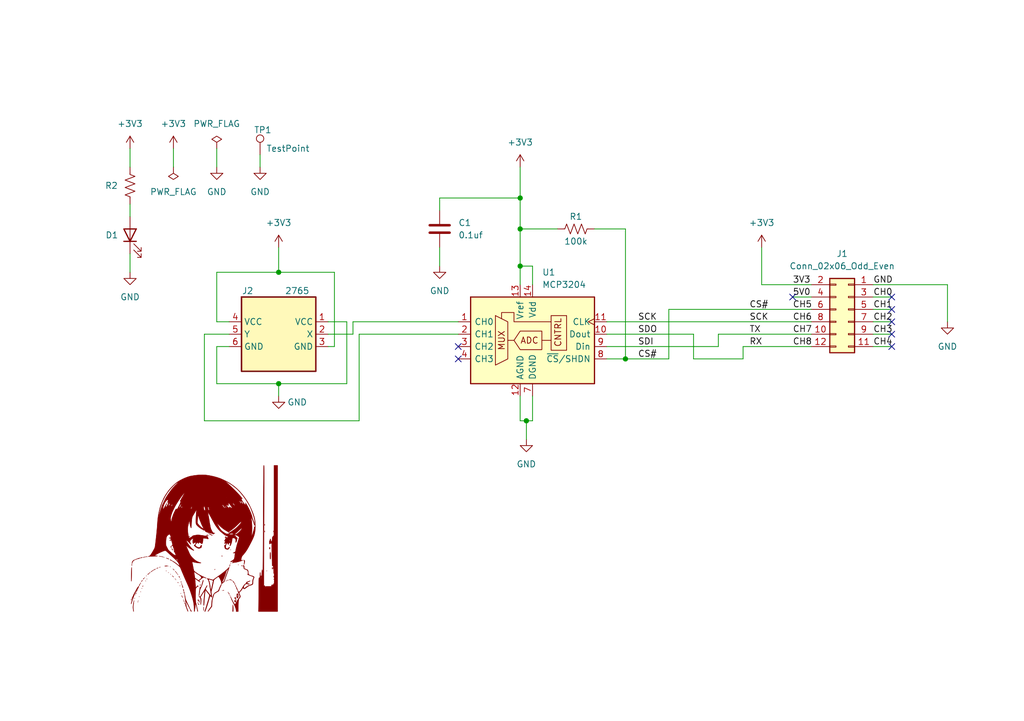
<source format=kicad_sch>
(kicad_sch (version 20230121) (generator eeschema)
  (paper "A5")
  (title_block (title "GameRockerShaft") (date "2023-07-06") (rev "v1") (comment 1 "Dempsey first board"))
  (lib_symbols
    (symbol "Analog_ADC:MCP3204" (pin_names (offset 0.762))
      (property "Reference" "U" (at -5.08 10.795 0))
      (property "Value" "MCP3204" (at -5.08 8.89 0))
      (symbol "MCP3204_0_0"
        (text "ADC" (at -0.635 -1.27 0) (effects (font (size 1.27 1.27))))
        (text "CNTRL" (at 5.969 -2.667 900) (effects (font (size 1.27 1.27)) (justify left bottom)))
        (text "MUX" (at -6.35 -1.27 900) (effects (font (size 1.27 1.27))))
      )
      (symbol "MCP3204_1_1"
        (pin input line (at -15.24 2.54 0) (length 2.54) (name "CH0") (number "1"))
        (pin output line (at 15.24 0 180) (length 2.54) (name "Dout") (number "10"))
        (pin input clock (at 15.24 2.54 180) (length 2.54) (name "CLK") (number "11"))
        (pin power_in line (at -2.54 -12.7 90) (length 2.54) (name "AGND") (number "12"))
        (pin power_in line (at -2.54 10.16 270) (length 2.54) (name "Vref") (number "13"))
        (pin power_in line (at 0 10.16 270) (length 2.54) (name "Vdd") (number "14"))
        (pin input line (at -15.24 0 0) (length 2.54) (name "CH1") (number "2"))
        (pin input line (at -15.24 -2.54 0) (length 2.54) (name "CH2") (number "3"))
        (pin input line (at -15.24 -5.08 0) (length 2.54) (name "CH3") (number "4"))
        (pin no_connect line (at -10.16 -10.16 90) (length 2.54) hide (name "NC") (number "5"))
        (pin no_connect line (at -7.62 -10.16 90) (length 2.54) hide (name "NC") (number "6"))
        (pin power_in line (at 0 -12.7 90) (length 2.54) (name "DGND") (number "7"))
        (pin input line (at 15.24 -5.08 180) (length 2.54) (name "~{CS}/SHDN") (number "8"))
        (pin input line (at 15.24 -2.54 180) (length 2.54) (name "Din") (number "9"))
      )
    )
    (symbol "Connector:TestPoint" (pin_numbers hide) (pin_names (offset 0.762) hide)
      (property "Reference" "TP" (at 0 6.858 0))
      (property "Value" "TestPoint" (at 0 5.08 0))
      (symbol "TestPoint_1_1"
        (pin passive line (at 0 0 90) (length 2.54) (name "1") (number "1"))
      )
    )
    (symbol "Connector_Generic:Conn_02x06_Odd_Even" (pin_names (offset 1.016) hide)
      (property "Reference" "J" (at 1.27 7.62 0))
      (property "Value" "Conn_02x06_Odd_Even" (at 1.27 -10.16 0))
      (symbol "Conn_02x06_Odd_Even_1_1"
        (pin passive line (at -5.08 5.08 0) (length 3.81) (name "Pin_1") (number "1"))
        (pin passive line (at 7.62 -5.08 180) (length 3.81) (name "Pin_10") (number "10"))
        (pin passive line (at -5.08 -7.62 0) (length 3.81) (name "Pin_11") (number "11"))
        (pin passive line (at 7.62 -7.62 180) (length 3.81) (name "Pin_12") (number "12"))
        (pin passive line (at 7.62 5.08 180) (length 3.81) (name "Pin_2") (number "2"))
        (pin passive line (at -5.08 2.54 0) (length 3.81) (name "Pin_3") (number "3"))
        (pin passive line (at 7.62 2.54 180) (length 3.81) (name "Pin_4") (number "4"))
        (pin passive line (at -5.08 0 0) (length 3.81) (name "Pin_5") (number "5"))
        (pin passive line (at 7.62 0 180) (length 3.81) (name "Pin_6") (number "6"))
        (pin passive line (at -5.08 -2.54 0) (length 3.81) (name "Pin_7") (number "7"))
        (pin passive line (at 7.62 -2.54 180) (length 3.81) (name "Pin_8") (number "8"))
        (pin passive line (at -5.08 -5.08 0) (length 3.81) (name "Pin_9") (number "9"))
      )
    )
    (symbol "Device:C" (pin_numbers hide) (pin_names (offset 0.254))
      (property "Reference" "C" (at 0.635 2.54 0))
      (property "Value" "C" (at 0.635 -2.54 0))
      (symbol "C_1_1"
        (pin passive line (at 0 3.81 270) (length 2.794) (name "~") (number "1"))
        (pin passive line (at 0 -3.81 90) (length 2.794) (name "~") (number "2"))
      )
    )
    (symbol "Device:LED" (pin_numbers hide) (pin_names (offset 1.016) hide)
      (property "Reference" "D" (at 0 2.54 0))
      (property "Value" "LED" (at 0 -2.54 0))
      (symbol "LED_1_1"
        (pin passive line (at -3.81 0 0) (length 2.54) (name "K") (number "1"))
        (pin passive line (at 3.81 0 180) (length 2.54) (name "A") (number "2"))
      )
    )
    (symbol "Device:R_US" (pin_numbers hide) (pin_names (offset 0))
      (property "Reference" "R" (at 2.54 0 90))
      (property "Value" "R_US" (at -2.54 0 90))
      (symbol "R_US_1_1"
        (pin passive line (at 0 3.81 270) (length 1.27) (name "~") (number "1"))
        (pin passive line (at 0 -3.81 90) (length 1.27) (name "~") (number "2"))
      )
    )
    (symbol "dempsey_Library:2765"
      (property "Reference" "J?" (at -6.35 10.16 0))
      (symbol "2765_1_1"
        (pin power_in line (at 10.16 2.54 180) (length 2.54) (name "VCC") (number "1"))
        (pin output line (at 10.16 0 180) (length 2.54) (name "X") (number "2"))
        (pin power_in line (at 10.16 -2.54 180) (length 2.54) (name "GND") (number "3"))
        (pin power_in line (at -10.16 2.54 0) (length 2.54) (name "VCC") (number "4"))
        (pin output line (at -10.16 0 0) (length 2.54) (name "Y") (number "5"))
        (pin power_in line (at -10.16 -2.54 0) (length 2.54) (name "GND") (number "6"))
      )
    )
    (symbol "dempsey_Library:LOGO" (pin_names (offset 1.016)))
    (symbol "power:+3V3" (power) (pin_names (offset 0))
      (property "Value" "+3V3" (at 0 3.556 0))
      (symbol "+3V3_1_1"
        (pin power_in line (at 0 0 90) (length 0) hide (name "+3V3") (number "1"))
      )
    )
    (symbol "power:GND" (power) (pin_names (offset 0))
      (property "Value" "GND" (at 0 -3.81 0))
      (symbol "GND_1_1"
        (pin power_in line (at 0 0 270) (length 0) hide (name "GND") (number "1"))
      )
    )
    (symbol "power:PWR_FLAG" (power) (pin_numbers hide) (pin_names (offset 0) hide)
      (property "Value" "PWR_FLAG" (at 0 3.81 0))
      (symbol "PWR_FLAG_0_0"
        (pin power_out line (at 0 0 90) (length 0) (name "pwr") (number "1"))
      )
    )
  )
  (junction (at 57.15 78.74))
  (junction (at 106.68 40.64))
  (junction (at 107.95 86.36))
  (junction (at 128.27 73.66))
  (junction (at 106.68 54.61))
  (junction (at 57.15 55.88))
  (junction (at 106.68 46.99))
  (no_connect (at 182.88 68.58))
  (no_connect (at 93.98 71.12))
  (no_connect (at 182.88 63.5))
  (no_connect (at 182.88 71.12))
  (no_connect (at 162.56 60.96))
  (no_connect (at 182.88 60.96))
  (no_connect (at 182.88 66.04))
  (no_connect (at 93.98 73.66))
  (wire (pts (xy 41.91 68.58) (xy 41.91 86.36)))
  (wire (pts (xy 26.67 30.48) (xy 26.67 34.29)))
  (wire (pts (xy 41.91 86.36) (xy 73.66 86.36)))
  (wire (pts (xy 44.45 71.12) (xy 44.45 78.74)))
  (wire (pts (xy 124.46 66.04) (xy 166.37 66.04)))
  (wire (pts (xy 179.07 60.96) (xy 182.88 60.96)))
  (wire (pts (xy 107.95 86.36) (xy 107.95 90.17)))
  (wire (pts (xy 44.45 66.04) (xy 46.99 66.04)))
  (wire (pts (xy 106.68 46.99) (xy 114.3 46.99)))
  (wire (pts (xy 179.07 71.12) (xy 182.88 71.12)))
  (wire (pts (xy 106.68 54.61) (xy 109.22 54.61)))
  (wire (pts (xy 106.68 81.28) (xy 106.68 86.36)))
  (wire (pts (xy 107.95 86.36) (xy 109.22 86.36)))
  (wire (pts (xy 156.21 50.8) (xy 156.21 58.42)))
  (wire (pts (xy 152.4 71.12) (xy 166.37 71.12)))
  (wire (pts (xy 44.45 55.88) (xy 44.45 66.04)))
  (wire (pts (xy 194.31 58.42) (xy 194.31 66.04)))
  (wire (pts (xy 137.16 73.66) (xy 137.16 63.5)))
  (wire (pts (xy 179.07 66.04) (xy 182.88 66.04)))
  (wire (pts (xy 41.91 68.58) (xy 46.99 68.58)))
  (wire (pts (xy 72.39 66.04) (xy 72.39 68.58)))
  (wire (pts (xy 35.56 30.48) (xy 35.56 34.29)))
  (wire (pts (xy 156.21 58.42) (xy 166.37 58.42)))
  (wire (pts (xy 26.67 52.07) (xy 26.67 55.88)))
  (wire (pts (xy 93.98 68.58) (xy 73.66 68.58)))
  (wire (pts (xy 124.46 73.66) (xy 128.27 73.66)))
  (wire (pts (xy 121.92 46.99) (xy 128.27 46.99)))
  (wire (pts (xy 93.98 66.04) (xy 72.39 66.04)))
  (wire (pts (xy 179.07 63.5) (xy 182.88 63.5)))
  (wire (pts (xy 147.32 71.12) (xy 147.32 68.58)))
  (wire (pts (xy 179.07 58.42) (xy 194.31 58.42)))
  (wire (pts (xy 44.45 55.88) (xy 57.15 55.88)))
  (wire (pts (xy 90.17 50.8) (xy 90.17 54.61)))
  (wire (pts (xy 57.15 55.88) (xy 68.58 55.88)))
  (wire (pts (xy 142.24 68.58) (xy 142.24 73.66)))
  (wire (pts (xy 57.15 50.8) (xy 57.15 55.88)))
  (wire (pts (xy 109.22 54.61) (xy 109.22 58.42)))
  (wire (pts (xy 152.4 73.66) (xy 152.4 71.12)))
  (wire (pts (xy 128.27 46.99) (xy 128.27 73.66)))
  (wire (pts (xy 142.24 73.66) (xy 152.4 73.66)))
  (wire (pts (xy 137.16 63.5) (xy 166.37 63.5)))
  (wire (pts (xy 106.68 54.61) (xy 106.68 58.42)))
  (wire (pts (xy 44.45 71.12) (xy 46.99 71.12)))
  (wire (pts (xy 179.07 68.58) (xy 182.88 68.58)))
  (wire (pts (xy 71.12 78.74) (xy 71.12 66.04)))
  (wire (pts (xy 68.58 55.88) (xy 68.58 71.12)))
  (wire (pts (xy 124.46 68.58) (xy 142.24 68.58)))
  (wire (pts (xy 57.15 78.74) (xy 71.12 78.74)))
  (wire (pts (xy 106.68 46.99) (xy 106.68 54.61)))
  (wire (pts (xy 68.58 71.12) (xy 67.31 71.12)))
  (wire (pts (xy 90.17 40.64) (xy 90.17 43.18)))
  (wire (pts (xy 147.32 68.58) (xy 166.37 68.58)))
  (wire (pts (xy 26.67 41.91) (xy 26.67 44.45)))
  (wire (pts (xy 67.31 68.58) (xy 72.39 68.58)))
  (wire (pts (xy 124.46 71.12) (xy 147.32 71.12)))
  (wire (pts (xy 44.45 30.48) (xy 44.45 34.29)))
  (wire (pts (xy 109.22 81.28) (xy 109.22 86.36)))
  (wire (pts (xy 53.34 31.75) (xy 53.34 34.29)))
  (wire (pts (xy 73.66 68.58) (xy 73.66 86.36)))
  (wire (pts (xy 44.45 78.74) (xy 57.15 78.74)))
  (wire (pts (xy 106.68 40.64) (xy 90.17 40.64)))
  (wire (pts (xy 162.56 60.96) (xy 166.37 60.96)))
  (wire (pts (xy 106.68 34.29) (xy 106.68 40.64)))
  (wire (pts (xy 106.68 86.36) (xy 107.95 86.36)))
  (wire (pts (xy 57.15 78.74) (xy 57.15 81.28)))
  (wire (pts (xy 128.27 73.66) (xy 137.16 73.66)))
  (wire (pts (xy 71.12 66.04) (xy 67.31 66.04)))
  (wire (pts (xy 106.68 40.64) (xy 106.68 46.99)))
  (label "RX" (at 153.67 71.12 0))
  (label "SDI" (at 130.81 71.12 0))
  (label "SCK" (at 130.81 66.04 0))
  (label "GND" (at 179.07 58.42 0))
  (label "CH4" (at 179.07 71.12 0))
  (label "SDO" (at 130.81 68.58 0))
  (label "TX" (at 153.67 68.58 0))
  (label "SCK" (at 153.67 66.04 0))
  (label "CH0" (at 179.07 60.96 0))
  (label "CH1" (at 179.07 63.5 0))
  (label "CH7" (at 162.56 68.58 0))
  (label "CH3" (at 179.07 68.58 0))
  (label "CS#" (at 130.81 73.66 0))
  (label "CH2" (at 179.07 66.04 0))
  (label "5V0" (at 162.56 60.96 0))
  (label "3V3" (at 162.56 58.42 0))
  (label "CH6" (at 162.56 66.04 0))
  (label "CS#" (at 153.67 63.5 0))
  (label "CH5" (at 162.56 63.5 0))
  (label "CH8" (at 162.56 71.12 0))
  (symbol (lib_id "power:+3V3") (at 106.68 34.29 0) (unit 1)
    (property "Reference" "#PWR01" (effects hide))
    (property "Value" "+3V3" (at 106.68 29.21 0))
  )
  (symbol (lib_id "power:GND") (at 44.45 34.29 0) (unit 1)
    (property "Reference" "#PWR03" (effects hide))
    (property "Value" "GND" (at 44.45 39.37 0))
  )
  (symbol (lib_id "Connector_Generic:Conn_02x06_Odd_Even") (at 173.99 63.5 0) (mirror y) (unit 1)
    (property "Reference" "J1" (at 172.72 52.07 0))
    (property "Value" "Conn_02x06_Odd_Even" (at 172.72 54.61 0))
    (property "Footprint" "Connector_PinSocket_2.54mm:PinSocket_2x06_P2.54mm_Horizontal" (effects hide))
  )
  (symbol (lib_id "dempsey_Library:LOGO") (at 41.91 110.49 0) (unit 1)
    (property "Reference" "#G1" (effects hide))
    (property "Value" "LOGO" (effects hide))
    (property "Footprint" "dempsey_Library:mayi2" (effects hide))
  )
  (symbol (lib_id "power:PWR_FLAG") (at 44.45 30.48 0) (unit 1)
    (property "Reference" "#FLG01" (effects hide))
    (property "Value" "PWR_FLAG" (at 44.45 25.4 0))
  )
  (symbol (lib_id "power:GND") (at 53.34 34.29 0) (unit 1)
    (property "Reference" "#PWR012" (effects hide))
    (property "Value" "GND" (at 53.34 39.37 0))
  )
  (symbol (lib_id "power:+3V3") (at 26.67 30.48 0) (unit 1)
    (property "Reference" "#PWR09" (effects hide))
    (property "Value" "+3V3" (at 26.67 25.4 0))
  )
  (symbol (lib_id "power:PWR_FLAG") (at 35.56 34.29 180) (unit 1)
    (property "Reference" "#FLG02" (effects hide))
    (property "Value" "PWR_FLAG" (at 35.56 39.37 0))
  )
  (symbol (lib_id "power:+3V3") (at 35.56 30.48 0) (unit 1)
    (property "Reference" "#PWR02" (effects hide))
    (property "Value" "+3V3" (at 35.56 25.4 0))
  )
  (symbol (lib_id "power:GND") (at 57.15 81.28 0) (unit 1)
    (property "Reference" "#PWR07" (effects hide))
    (property "Value" "GND" (at 60.96 82.55 0))
  )
  (symbol (lib_id "power:GND") (at 194.31 66.04 0) (unit 1)
    (property "Reference" "#PWR06" (effects hide))
    (property "Value" "GND" (at 194.31 71.12 0))
  )
  (symbol (lib_id "power:+3V3") (at 57.15 50.8 0) (unit 1)
    (property "Reference" "#PWR04" (effects hide))
    (property "Value" "+3V3" (at 57.15 45.72 0))
  )
  (symbol (lib_id "power:+3V3") (at 156.21 50.8 0) (unit 1)
    (property "Reference" "#PWR05" (effects hide))
    (property "Value" "+3V3" (at 156.21 45.72 0))
  )
  (symbol (lib_id "Connector:TestPoint") (at 53.34 31.75 0) (unit 1)
    (property "Reference" "TP1" (at 52.07 26.67 0) (effects (justify left)))
    (property "Value" "TestPoint" (at 54.61 30.48 0) (effects (justify left)))
    (property "Footprint" "TestPoint:TestPoint_THTPad_1.5x1.5mm_Drill0.7mm" (effects hide))
  )
  (symbol (lib_id "Device:LED") (at 26.67 48.26 90) (unit 1)
    (property "Reference" "D1" (at 21.59 48.26 90) (effects (justify right)))
    (property "Value" "PWR" (effects hide))
    (property "Footprint" "LED_SMD:LED_0805_2012Metric" (effects hide))
  )
  (symbol (lib_id "Device:R_US") (at 26.67 38.1 180) (unit 1)
    (property "Reference" "R2" (at 22.86 38.1 0))
    (property "Value" "470" (effects hide))
    (property "Footprint" "Resistor_SMD:R_0805_2012Metric" (effects hide))
  )
  (symbol (lib_id "power:GND") (at 107.95 90.17 0) (unit 1)
    (property "Reference" "#PWR08" (effects hide))
    (property "Value" "GND" (at 107.95 95.25 0))
  )
  (symbol (lib_id "Device:C") (at 90.17 46.99 0) (unit 1)
    (property "Reference" "C1" (at 93.98 45.72 0) (effects (justify left)))
    (property "Value" "0.1uf" (at 93.98 48.26 0) (effects (justify left)))
    (property "Footprint" "Capacitor_SMD:C_0805_2012Metric" (effects hide))
  )
  (symbol (lib_id "dempsey_Library:2765") (at 57.15 68.58 0) (unit 1)
    (property "Reference" "J2" (at 50.8 59.69 0))
    (property "Value" "2765" (at 60.96 59.69 0))
    (property "Footprint" "dempsey_Library:2765" (effects hide))
  )
  (symbol (lib_id "Device:R_US") (at 118.11 46.99 90) (unit 1)
    (property "Reference" "R1" (at 118.11 44.45 90))
    (property "Value" "100k" (at 118.11 49.53 90))
    (property "Footprint" "Resistor_SMD:R_0805_2012Metric" (effects hide))
  )
  (symbol (lib_id "power:GND") (at 26.67 55.88 0) (unit 1)
    (property "Reference" "#PWR010" (effects hide))
    (property "Value" "GND" (at 26.67 60.96 0))
  )
  (symbol (lib_id "Analog_ADC:MCP3204") (at 109.22 68.58 0) (unit 1)
    (property "Reference" "U1" (at 111.1759 55.88 0) (effects (justify left)))
    (property "Value" "MCP3204" (at 111.1759 58.42 0) (effects (justify left)))
    (property "Footprint" "Package_SO:SOIC-14_3.9x8.7mm_P1.27mm" (effects hide))
    (property "Datasheet" "http://ww1.microchip.com/downloads/en/DeviceDoc/21298c.pdf" (effects hide))
  )
  (symbol (lib_id "power:GND") (at 90.17 54.61 0) (unit 1)
    (property "Reference" "#PWR011" (effects hide))
    (property "Value" "GND" (at 90.17 59.69 0))
  )
)
</source>
